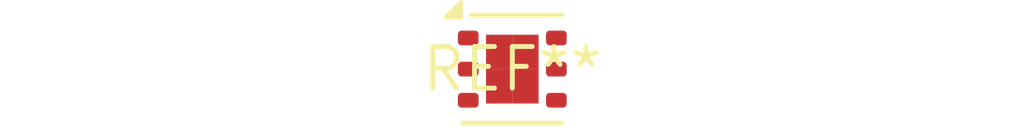
<source format=kicad_pcb>
(kicad_pcb (version 20240108) (generator pcbnew)
  (layers (0 "F.Cu" signal) (31 "B.Cu" signal) (34 "B.Paste" user) (35 "F.Paste" user) (36 "B.SilkS" user "B.Silkscreen") (37 "F.SilkS" user "F.Silkscreen") (38 "B.Mask" user) (39 "F.Mask" user) (44 "Edge.Cuts" user))
  (net 0 "")
  (footprint "WSON-6-1EP_3x3mm_P0.95mm" (layer "F.Cu") (at 0 0)
    (property "Reference" "REF**")
    (property "Value" "WSON-6-1EP_3x3mm_P0.95mm")
    (fp_line (start -1.5 1.65) (end 1.5 1.65) (layer "F.SilkS") (stroke (width 0.15)))
    (fp_line (start -1.24 -1.65) (end 1.5 -1.65) (layer "F.SilkS") (stroke (width 0.15)))
    (fp_poly (pts (xy -1.56 -1.57) (xy -2.04 -1.57) (xy -1.56 -2.05) (xy -1.56 -1.57)) (layer "F.SilkS") (stroke (width 0.12)) (fill solid))
    (pad "1" smd roundrect (at -1.34 -0.95) (size 0.63 0.45) (layers "F.Cu" "F.Paste" "F.Mask"))
    (pad "2" smd roundrect (at -1.34 0) (size 0.63 0.45) (layers "F.Cu" "F.Paste" "F.Mask"))
    (pad "3" smd roundrect (at -1.34 0.95) (size 0.63 0.45) (layers "F.Cu" "F.Paste" "F.Mask"))
    (pad "4" smd roundrect (at 1.34 0.95) (size 0.63 0.45) (layers "F.Cu" "F.Paste" "F.Mask"))
    (pad "5" smd roundrect (at 1.34 0) (size 0.63 0.45) (layers "F.Cu" "F.Paste" "F.Mask"))
    (pad "6" smd roundrect (at 1.34 -0.95) (size 0.63 0.45) (layers "F.Cu" "F.Paste" "F.Mask"))
    (pad "7" smd rect (at -0.4 -0.525) (size 0.8 1.05) (layers "F.Cu" "F.Paste" "F.Mask"))
    (pad "7" smd rect (at -0.4 0.525) (size 0.8 1.05) (layers "F.Cu" "F.Paste" "F.Mask"))
    (pad "7" smd rect (at 0.4 -0.525) (size 0.8 1.05) (layers "F.Cu" "F.Paste" "F.Mask"))
    (pad "7" smd rect (at 0.4 0.525) (size 0.8 1.05) (layers "F.Cu" "F.Paste" "F.Mask"))
  )
)
</source>
